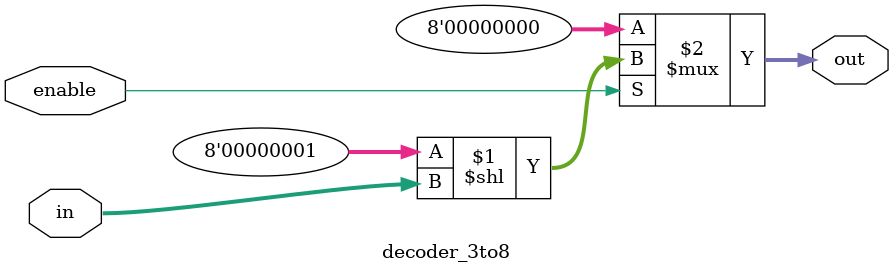
<source format=v>
module decoder_3to8(
    input [2:0] in,     // 3-bit input (0-7)
    input enable,       // Enable signal
    output [7:0] out    // 8-bit one-hot output
);
    // When enabled, activate the output corresponding to input value
    // When disabled, all outputs are 0
    assign out = enable ? (8'b00000001 << in) : 8'b00000000;
    
    // Alternative implementation using case statement:
    /*
    reg [7:0] out_reg;
    
    always @(*) begin
        if (enable) begin
            case(in)
                3'b000: out_reg = 8'b00000001;
                3'b001: out_reg = 8'b00000010;
                3'b010: out_reg = 8'b00000100;
                3'b011: out_reg = 8'b00001000;
                3'b100: out_reg = 8'b00010000;
                3'b101: out_reg = 8'b00100000;
                3'b110: out_reg = 8'b01000000;
                3'b111: out_reg = 8'b10000000;
                default: out_reg = 8'b00000000;
            endcase
        end else begin
            out_reg = 8'b00000000;
        end
    end
    
    assign out = out_reg;
    */
    
endmodule
</source>
